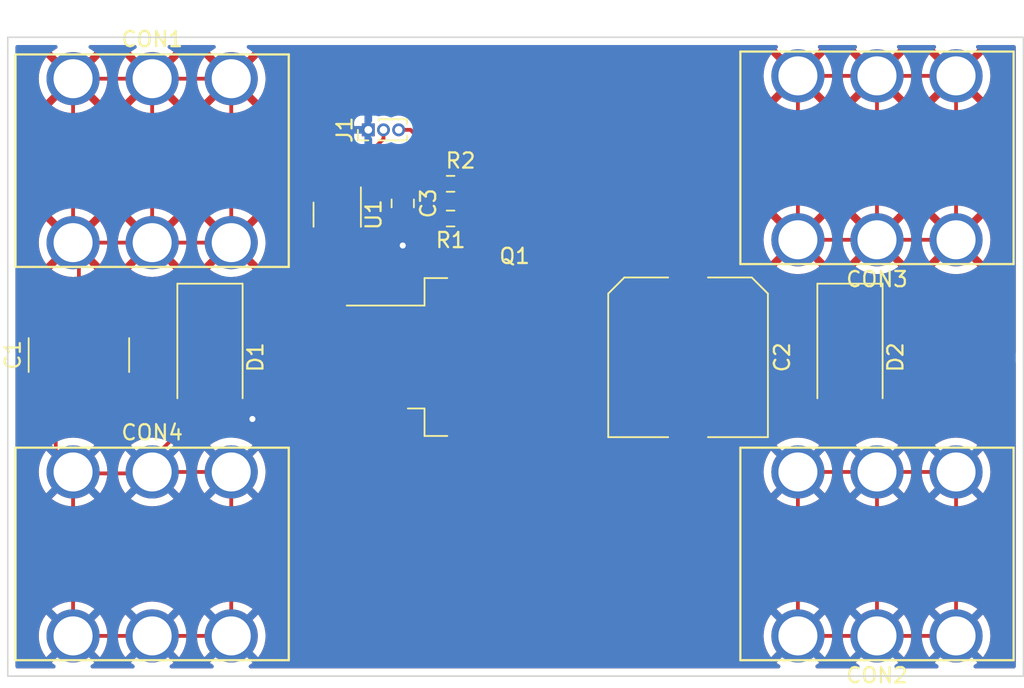
<source format=kicad_pcb>
(kicad_pcb (version 20240108) (generator "pcbnew") (generator_version "8.0")
  (layers (0 "F.Cu" signal) (31 "B.Cu" signal) (34 "B.Paste" user) (35 "F.Paste" user) (36 "B.SilkS" user "B.Silkscreen") (37 "F.SilkS" user "F.Silkscreen") (38 "B.Mask" user) (39 "F.Mask" user) (44 "Edge.Cuts" user))
  (net 0 "")
  (net 1 "GND")
  (net 2 "/VIN")
  (net 3 "/VOUT")
  (net 4 "/Vs")
  (net 5 "/Enable")
  (net 6 "/Vext")
  (net 7 "/Gate_Drive")
  (footprint "Connector:keystone_7808" (layer "F.Cu") (at 64.516 129.032)
    (property "Reference" "CON4" (at 0 -8 0) (layer "F.SilkS"))
    (property "Value" "GND" (hide yes))
    (fp_line (start -9 -7) (end -9 7) (stroke (width 0.15)) (layer "F.SilkS"))
    (fp_line (start -9 7) (end 9 7) (stroke (width 0.15)) (layer "F.SilkS"))
    (fp_line (start 9 -7) (end -9 -7) (stroke (width 0.15)) (layer "F.SilkS"))
    (fp_line (start 9 7) (end 9 -7) (stroke (width 0.15)) (layer "F.SilkS"))
    (pad "1" thru_hole circle (at -5.21 -5.4) (size 3.5 3.5) (drill 2.57) (layers "*.Cu" "*.Mask") (net 1 "GND"))
    (pad "1" thru_hole circle (at -5.21 5.4) (size 3.5 3.5) (drill 2.57) (layers "*.Cu" "*.Mask") (net 1 "GND"))
    (pad "1" thru_hole circle (at 0 -5.4) (size 3.5 3.5) (drill 2.57) (layers "*.Cu" "*.Mask") (net 1 "GND"))
    (pad "1" thru_hole circle (at 0 5.4) (size 3.5 3.5) (drill 2.57) (layers "*.Cu" "*.Mask") (net 1 "GND"))
    (pad "1" thru_hole circle (at 5.21 -5.4) (size 3.5 3.5) (drill 2.57) (layers "*.Cu" "*.Mask") (net 1 "GND"))
    (pad "1" thru_hole circle (at 5.21 5.4) (size 3.5 3.5) (drill 2.57) (layers "*.Cu" "*.Mask") (net 1 "GND"))
  )
  (footprint "Resistor_SMD:R_0603_1608Metric_Pad0.98x0.95mm_HandSolder" (layer "F.Cu") (at 84.1775 106.934 180)
    (property "Reference" "R1" (at 0 -1.43 0) (layer "F.SilkS"))
    (property "Value" "100")
    (fp_line (start -0.254724 0.5225) (end 0.254724 0.5225) (stroke (width 0.12)) (layer "F.SilkS"))
    (fp_line (start -0.254724 -0.5225) (end 0.254724 -0.5225) (stroke (width 0.12)) (layer "F.SilkS"))
    (pad "1" smd roundrect (at -0.9125 0 180) (size 0.975 0.95) (layers "F.Cu" "F.Paste" "F.Mask") (net 3 "/VOUT"))
    (pad "2" smd roundrect (at 0.9125 0 180) (size 0.975 0.95) (layers "F.Cu" "F.Paste" "F.Mask") (net 4 "/Vs"))
  )
  (footprint "Connector:keystone_7808" (layer "F.Cu") (at 64.516 103.124)
    (property "Reference" "CON1" (at 0 -8 0) (layer "F.SilkS"))
    (property "Value" "VIN" (hide yes))
    (fp_line (start -9 -7) (end -9 7) (stroke (width 0.15)) (layer "F.SilkS"))
    (fp_line (start -9 7) (end 9 7) (stroke (width 0.15)) (layer "F.SilkS"))
    (fp_line (start 9 -7) (end -9 -7) (stroke (width 0.15)) (layer "F.SilkS"))
    (fp_line (start 9 7) (end 9 -7) (stroke (width 0.15)) (layer "F.SilkS"))
    (pad "1" thru_hole circle (at -5.21 -5.4) (size 3.5 3.5) (drill 2.57) (layers "*.Cu" "*.Mask") (net 2 "/VIN"))
    (pad "1" thru_hole circle (at -5.21 5.4) (size 3.5 3.5) (drill 2.57) (layers "*.Cu" "*.Mask") (net 2 "/VIN"))
    (pad "1" thru_hole circle (at 0 -5.4) (size 3.5 3.5) (drill 2.57) (layers "*.Cu" "*.Mask") (net 2 "/VIN"))
    (pad "1" thru_hole circle (at 0 5.4) (size 3.5 3.5) (drill 2.57) (layers "*.Cu" "*.Mask") (net 2 "/VIN"))
    (pad "1" thru_hole circle (at 5.21 -5.4) (size 3.5 3.5) (drill 2.57) (layers "*.Cu" "*.Mask") (net 2 "/VIN"))
    (pad "1" thru_hole circle (at 5.21 5.4) (size 3.5 3.5) (drill 2.57) (layers "*.Cu" "*.Mask") (net 2 "/VIN"))
  )
  (footprint "Capacitor_SMD:C_Elec_10x10.2" (layer "F.Cu") (at 99.822 116.078 -90)
    (property "Reference" "C2" (at 0 -6.2 90) (layer "F.SilkS"))
    (property "Value" "22 uF")
    (fp_line (start -4.195563 5.26) (end 5.26 5.26) (stroke (width 0.12)) (layer "F.SilkS"))
    (fp_line (start 5.26 5.26) (end 5.26 1.31) (stroke (width 0.12)) (layer "F.SilkS"))
    (fp_line (start -5.26 4.195563) (end -4.195563 5.26) (stroke (width 0.12)) (layer "F.SilkS"))
    (fp_line (start -5.26 4.195563) (end -5.26 1.31) (stroke (width 0.12)) (layer "F.SilkS"))
    (fp_line (start -5.26 -4.195563) (end -5.26 -1.31) (stroke (width 0.12)) (layer "F.SilkS"))
    (fp_line (start -5.26 -4.195563) (end -4.195563 -5.26) (stroke (width 0.12)) (layer "F.SilkS"))
    (fp_line (start -4.195563 -5.26) (end 5.26 -5.26) (stroke (width 0.12)) (layer "F.SilkS"))
    (fp_line (start 5.26 -5.26) (end 5.26 -1.31) (stroke (width 0.12)) (layer "F.SilkS"))
    (pad "1" smd roundrect (at -4.4 0 270) (size 4.6 2.1) (layers "F.Cu" "F.Paste" "F.Mask") (roundrect_rratio 0.1190480952) (net 3 "/VOUT"))
    (pad "2" smd roundrect (at 4.4 0 270) (size 4.6 2.1) (layers "F.Cu" "F.Paste" "F.Mask") (roundrect_rratio 0.1190480952) (net 1 "GND"))
  )
  (footprint "Capacitor_SMD:C_1825_4564Metric_Pad1.57x6.80mm_HandSolder" (layer "F.Cu") (at 59.69 115.9295 90)
    (property "Reference" "C1" (at 0 -4.35 90) (layer "F.SilkS"))
    (property "Value" "1uF")
    (fp_line (start -1.115748 -3.31) (end 1.115748 -3.31) (stroke (width 0.12)) (layer "F.SilkS"))
    (fp_line (start -1.115748 3.31) (end 1.115748 3.31) (stroke (width 0.12)) (layer "F.SilkS"))
    (pad "1" smd roundrect (at -2.1375 0 90) (size 1.575 6.8) (layers "F.Cu" "F.Paste" "F.Mask") (roundrect_rratio 0.1587301587) (net 1 "GND"))
    (pad "2" smd roundrect (at 2.1375 0 90) (size 1.575 6.8) (layers "F.Cu" "F.Paste" "F.Mask") (roundrect_rratio 0.1587301587) (net 2 "/VIN"))
  )
  (footprint "Package_TO_SOT_SMD:TSOT-23-6" (layer "F.Cu") (at 76.708 106.68 -90)
    (property "Reference" "U1" (at 0 -2.4 90) (layer "F.SilkS"))
    (property "Value" "LM5050-1")
    (fp_line (start 0 1.56) (end -0.8 1.56) (stroke (width 0.12)) (layer "F.SilkS"))
    (fp_line (start 0 1.56) (end 0.8 1.56) (stroke (width 0.12)) (layer "F.SilkS"))
    (fp_line (start 0 -1.56) (end -1.8 -1.56) (stroke (width 0.12)) (layer "F.SilkS"))
    (fp_line (start 0 -1.56) (end 0.8 -1.56) (stroke (width 0.12)) (layer "F.SilkS"))
    (pad "1" smd roundrect (at -1.1375 -0.95 270) (size 1.325 0.6) (layers "F.Cu" "F.Paste" "F.Mask") (net 4 "/Vs"))
    (pad "2" smd roundrect (at -1.1375 0 270) (size 1.325 0.6) (layers "F.Cu" "F.Paste" "F.Mask") (net 1 "GND"))
    (pad "3" smd roundrect (at -1.1375 0.95 270) (size 1.325 0.6) (layers "F.Cu" "F.Paste" "F.Mask") (net 5 "/Enable"))
    (pad "4" smd roundrect (at 1.1375 0.95 270) (size 1.325 0.6) (layers "F.Cu" "F.Paste" "F.Mask") (net 2 "/VIN"))
    (pad "5" smd roundrect (at 1.1375 0 270) (size 1.325 0.6) (layers "F.Cu" "F.Paste" "F.Mask") (net 7 "/Gate_Drive"))
    (pad "6" smd roundrect (at 1.1375 -0.95 270) (size 1.325 0.6) (layers "F.Cu" "F.Paste" "F.Mask") (net 3 "/VOUT"))
  )
  (footprint "Capacitor_SMD:C_0805_2012Metric_Pad1.18x1.45mm_HandSolder" (layer "F.Cu") (at 81.026 105.9395 -90)
    (property "Reference" "C3" (at 0 -1.68 90) (layer "F.SilkS"))
    (property "Value" "0.1uF")
    (fp_line (start -0.261252 0.735) (end 0.261252 0.735) (stroke (width 0.12)) (layer "F.SilkS"))
    (fp_line (start -0.261252 -0.735) (end 0.261252 -0.735) (stroke (width 0.12)) (layer "F.SilkS"))
    (pad "1" smd roundrect (at -1.0375 0 270) (size 1.175 1.45) (layers "F.Cu" "F.Paste" "F.Mask") (roundrect_rratio 0.2127659574) (net 4 "/Vs"))
    (pad "2" smd roundrect (at 1.0375 0 270) (size 1.175 1.45) (layers "F.Cu" "F.Paste" "F.Mask") (roundrect_rratio 0.2127659574) (net 1 "GND"))
  )
  (footprint "Package_TO_SOT_SMD:TO-263-2" (layer "F.Cu") (at 85.41 116.059)
    (property "Reference" "Q1" (at 2.982 -6.65 0) (layer "F.SilkS"))
    (property "Value" "SUM40N10-30-E3")
    (fp_line (start -2.95 -5.2) (end -2.95 -3.39) (stroke (width 0.12)) (layer "F.SilkS"))
    (fp_line (start -2.95 -3.39) (end -8.075 -3.39) (stroke (width 0.12)) (layer "F.SilkS"))
    (fp_line (start -2.95 3.39) (end -4.05 3.39) (stroke (width 0.12)) (layer "F.SilkS"))
    (fp_line (start -2.95 5.2) (end -2.95 3.39) (stroke (width 0.12)) (layer "F.SilkS"))
    (fp_line (start -1.45 -5.2) (end -2.95 -5.2) (stroke (width 0.12)) (layer "F.SilkS"))
    (fp_line (start -1.45 5.2) (end -2.95 5.2) (stroke (width 0.12)) (layer "F.SilkS"))
    (pad "1" smd rect (at -5.775 -2.54) (size 4.6 1.1) (layers "F.Cu" "F.Paste" "F.Mask") (net 7 "/Gate_Drive"))
    (pad "2" smd rect (at 3.375 0) (size 9.4 10.8) (layers "F.Cu" "F.Mask") (net 3 "/VOUT"))
    (pad "3" smd rect (at -5.775 2.54) (size 4.6 1.1) (layers "F.Cu" "F.Paste" "F.Mask") (net 2 "/VIN"))
  )
  (footprint "Connector:keystone_7808" (layer "F.Cu") (at 112.268 102.936 180)
    (property "Reference" "CON3" (at 0 -8 0) (layer "F.SilkS"))
    (property "Value" "VOUT" (hide yes))
    (fp_line (start 9 7) (end 9 -7) (stroke (width 0.15)) (layer "F.SilkS"))
    (fp_line (start 9 -7) (end -9 -7) (stroke (width 0.15)) (layer "F.SilkS"))
    (fp_line (start -9 7) (end 9 7) (stroke (width 0.15)) (layer "F.SilkS"))
    (fp_line (start -9 -7) (end -9 7) (stroke (width 0.15)) (layer "F.SilkS"))
    (pad "1" thru_hole circle (at -5.21 -5.4 180) (size 3.5 3.5) (drill 2.57) (layers "*.Cu" "*.Mask") (net 3 "/VOUT"))
    (pad "1" thru_hole circle (at -5.21 5.4 180) (size 3.5 3.5) (drill 2.57) (layers "*.Cu" "*.Mask") (net 3 "/VOUT"))
    (pad "1" thru_hole circle (at 0 -5.4 180) (size 3.5 3.5) (drill 2.57) (layers "*.Cu" "*.Mask") (net 3 "/VOUT"))
    (pad "1" thru_hole circle (at 0 5.4 180) (size 3.5 3.5) (drill 2.57) (layers "*.Cu" "*.Mask") (net 3 "/VOUT"))
    (pad "1" thru_hole circle (at 5.21 -5.4 180) (size 3.5 3.5) (drill 2.57) (layers "*.Cu" "*.Mask") (net 3 "/VOUT"))
    (pad "1" thru_hole circle (at 5.21 5.4 180) (size 3.5 3.5) (drill 2.57) (layers "*.Cu" "*.Mask") (net 3 "/VOUT"))
  )
  (footprint "Connector:keystone_7808" (layer "F.Cu") (at 112.268 129.032 180)
    (property "Reference" "CON2" (at 0 -8 0) (layer "F.SilkS"))
    (property "Value" "GND" (hide yes))
    (fp_line (start 9 7) (end 9 -7) (stroke (width 0.15)) (layer "F.SilkS"))
    (fp_line (start 9 -7) (end -9 -7) (stroke (width 0.15)) (layer "F.SilkS"))
    (fp_line (start -9 7) (end 9 7) (stroke (width 0.15)) (layer "F.SilkS"))
    (fp_line (start -9 -7) (end -9 7) (stroke (width 0.15)) (layer "F.SilkS"))
    (pad "1" thru_hole circle (at -5.21 -5.4 180) (size 3.5 3.5) (drill 2.57) (layers "*.Cu" "*.Mask") (net 1 "GND"))
    (pad "1" thru_hole circle (at -5.21 5.4 180) (size 3.5 3.5) (drill 2.57) (layers "*.Cu" "*.Mask") (net 1 "GND"))
    (pad "1" thru_hole circle (at 0 -5.4 180) (size 3.5 3.5) (drill 2.57) (layers "*.Cu" "*.Mask") (net 1 "GND"))
    (pad "1" thru_hole circle (at 0 5.4 180) (size 3.5 3.5) (drill 2.57) (layers "*.Cu" "*.Mask") (net 1 "GND"))
    (pad "1" thru_hole circle (at 5.21 -5.4 180) (size 3.5 3.5) (drill 2.57) (layers "*.Cu" "*.Mask") (net 1 "GND"))
    (pad "1" thru_hole circle (at 5.21 5.4 180) (size 3.5 3.5) (drill 2.57) (layers "*.Cu" "*.Mask") (net 1 "GND"))
  )
  (footprint "Diode_SMD:D_SMA-SMB_Universal_Handsoldering" (layer "F.Cu") (at 110.49 116.078 -90)
    (property "Reference" "D2" (at 0 -3 90) (layer "F.SilkS"))
    (property "Value" "TVS")
    (fp_line (start -4.85 2.15) (end 2.7 2.15) (stroke (width 0.12)) (layer "F.SilkS"))
    (fp_line (start -4.85 -2.15) (end -4.85 2.15) (stroke (width 0.12)) (layer "F.SilkS"))
    (fp_line (start -4.85 -2.15) (end 2.7 -2.15) (stroke (width 0.12)) (layer "F.SilkS"))
    (pad "1" smd trapezoid (at -2.9 0 270) (size 3.6 1.7) (rect_delta 0.6 0) (layers "F.Cu" "F.Paste" "F.Mask") (net 3 "/VOUT"))
    (pad "2" smd trapezoid (at 2.9 0 90) (size 3.6 1.7) (rect_delta 0.6 0) (layers "F.Cu" "F.Paste" "F.Mask") (net 1 "GND"))
  )
  (footprint "Connector_PinHeader_1.00mm:PinHeader_1x03_P1.00mm_Vertical" (layer "F.Cu") (at 78.756 101.092 90)
    (property "Reference" "J1" (at 0 -1.56 90) (layer "F.SilkS"))
    (property "Value" "Screw_Terminal_01x02")
    (fp_line (start -0.695 -0.685) (end 0 -0.685) (stroke (width 0.12)) (layer "F.SilkS"))
    (fp_line (start -0.695 0) (end -0.695 -0.685) (stroke (width 0.12)) (layer "F.SilkS"))
    (fp_line (start 0.695 0.685) (end 0.695 2.56) (stroke (width 0.12)) (layer "F.SilkS"))
    (fp_line (start 0.608276 0.685) (end 0.695 0.685) (stroke (width 0.12)) (layer "F.SilkS"))
    (fp_line (start -0.695 0.685) (end -0.608276 0.685) (stroke (width 0.12)) (layer "F.SilkS"))
    (fp_line (start -0.695 0.685) (end -0.695 2.56) (stroke (width 0.12)) (layer "F.SilkS"))
    (fp_line (start 0.394493 2.56) (end 0.695 2.56) (stroke (width 0.12)) (layer "F.SilkS"))
    (fp_line (start -0.695 2.56) (end -0.394493 2.56) (stroke (width 0.12)) (layer "F.SilkS"))
    (pad "1" thru_hole rect (at 0 0 90) (size 0.85 0.85) (drill 0.5) (layers "*.Cu" "*.Mask") (net 1 "GND"))
    (pad "2" thru_hole oval (at 0 1 90) (size 0.85 0.85) (drill 0.5) (layers "*.Cu" "*.Mask") (net 5 "/Enable"))
    (pad "3" thru_hole oval (at 0 2 90) (size 0.85 0.85) (drill 0.5) (layers "*.Cu" "*.Mask") (net 6 "/Vext"))
  )
  (footprint "Resistor_SMD:R_0603_1608Metric_Pad0.98x0.95mm_HandSolder" (layer "F.Cu") (at 84.1775 104.648 180)
    (property "Reference" "R2" (at -0.6585 1.524 0) (layer "F.SilkS"))
    (property "Value" "1k" (hide yes))
    (fp_line (start -0.254724 0.5225) (end 0.254724 0.5225) (stroke (width 0.12)) (layer "F.SilkS"))
    (fp_line (start -0.254724 -0.5225) (end 0.254724 -0.5225) (stroke (width 0.12)) (layer "F.SilkS"))
    (pad "1" smd roundrect (at -0.9125 0 180) (size 0.975 0.95) (layers "F.Cu" "F.Paste" "F.Mask") (net 6 "/Vext"))
    (pad "2" smd roundrect (at 0.9125 0 180) (size 0.975 0.95) (layers "F.Cu" "F.Paste" "F.Mask") (net 4 "/Vs"))
  )
  (footprint "Diode_SMD:D_SMA-SMB_Universal_Handsoldering" (layer "F.Cu") (at 68.326 116.078 -90)
    (property "Reference" "D1" (at 0 -3 90) (layer "F.SilkS"))
    (property "Value" "SS16T3G")
    (fp_line (start -4.85 2.15) (end 2.7 2.15) (stroke (width 0.12)) (layer "F.SilkS"))
    (fp_line (start -4.85 -2.15) (end -4.85 2.15) (stroke (width 0.12)) (layer "F.SilkS"))
    (fp_line (start -4.85 -2.15) (end 2.7 -2.15) (stroke (width 0.12)) (layer "F.SilkS"))
    (pad "1" smd trapezoid (at -2.9 0 270) (size 3.6 1.7) (rect_delta 0.6 0) (layers "F.Cu" "F.Paste" "F.Mask") (net 2 "/VIN"))
    (pad "2" smd trapezoid (at 2.9 0 90) (size 3.6 1.7) (rect_delta 0.6 0) (layers "F.Cu" "F.Paste" "F.Mask") (net 1 "GND"))
  )
  (gr_rect (start 55 94.996) (end 121.92 137.08) (stroke (width 0.1)) (fill none) (layer "Edge.Cuts"))
  (segment (start 117.478 123.632) (end 117.478 128.524) (width 0.25) (layer "F.Cu") (net 1))
  (segment (start 68.326 118.978) (end 63.577 123.727) (width 0.25) (layer "F.Cu") (net 1))
  (segment (start 69.49 120.142) (end 71.12 120.142) (width 0.25) (layer "F.Cu") (net 1))
  (segment (start 112.268 134.432) (end 112.268 123.632) (width 0.25) (layer "F.Cu") (net 1))
  (segment (start 112.268 123.632) (end 107.058 123.632) (width 0.25) (layer "F.Cu") (net 1))
  (segment (start 69.726 129.222) (end 69.726 128.651) (width 0.25) (layer "F.Cu") (net 1))
  (segment (start 107.058 128.842) (end 107.058 129.286) (width 0.25) (layer "F.Cu") (net 1))
  (segment (start 96.856 123.444) (end 74.422 123.444) (width 0.25) (layer "F.Cu") (net 1))
  (segment (start 112.268 134.432) (end 117.478 129.222) (width 0.25) (layer "F.Cu") (net 1))
  (segment (start 80.57852 106.52952) (end 77.032521 106.52952) (width 0.25) (layer "F.Cu") (net 1))
  (segment (start 59.306 128.842) (end 59.306 128.905) (width 0.25) (layer "F.Cu") (net 1))
  (segment (start 64.516 123.632) (end 64.421 123.727) (width 0.25) (layer "F.Cu") (net 1))
  (segment (start 117.478 128.905) (end 117.478 128.524) (width 0.25) (layer "F.Cu") (net 1))
  (segment (start 117.478 128.524) (end 117.478 134.432) (width 0.25) (layer "F.Cu") (net 1))
  (segment (start 76.708 106.204999) (end 76.708 105.5425) (width 0.25) (layer "F.Cu") (net 1))
  (segment (start 58.195 123.727) (end 61.468 123.727) (width 0.25) (layer "F.Cu") (net 1))
  (segment (start 112.268 134.432) (end 107.058 129.222) (width 0.25) (layer "F.Cu") (net 1))
  (segment (start 58.166 123.698) (end 58.195 123.727) (width 0.25) (layer "F.Cu") (net 1))
  (segment (start 81.026 106.977) (end 80.57852 106.52952) (width 0.25) (layer "F.Cu") (net 1))
  (segment (start 64.516 134.432) (end 59.306 129.222) (width 0.25) (layer "F.Cu") (net 1))
  (segment (start 117.478 129.222) (end 117.478 128.905) (width 0.25) (layer "F.Cu") (net 1))
  (segment (start 69.726 134.432) (end 69.726 129.032) (width 0.25) (layer "F.Cu") (net 1))
  (segment (start 69.726 123.632) (end 64.516 123.632) (width 0.25) (layer "F.Cu") (net 1))
  (segment (start 59.69 118.067) (end 58.166 119.591) (width 0.25) (layer "F.Cu") (net 1))
  (segment (start 63.577 123.727) (end 61.468 123.727) (width 0.25) (layer "F.Cu") (net 1))
  (segment (start 69.726 128.842) (end 69.726 129.032) (width 0.25) (layer "F.Cu") (net 1))
  (segment (start 99.822 120.478) (end 96.856 123.444) (width 0.25) (layer "F.Cu") (net 1))
  (segment (start 112.268 123.632) (end 107.058 128.842) (width 0.25) (layer "F.Cu") (net 1))
  (segment (start 64.421 123.727) (end 63.577 123.727) (width 0.25) (layer "F.Cu") (net 1))
  (segment (start 59.306 123.632) (end 59.306 128.143) (width 0.25) (layer "F.Cu") (net 1))
  (segment (start 112.268 123.632) (end 117.478 128.842) (width 0.25) (layer "F.Cu") (net 1))
  (segment (start 69.726 129.032) (end 69.726 128.651) (width 0.25) (layer "F.Cu") (net 1))
  (segment (start 107.058 129.286) (end 107.058 134.432) (width 0.25) (layer "F.Cu") (net 1))
  (segment (start 107.058 129.222) (end 107.058 128.651) (width 0.25) (layer "F.Cu") (net 1))
  (segment (start 68.326 118.978) (end 69.49 120.142) (width 0.25) (layer "F.Cu") (net 1))
  (segment (start 74.422 123.444) (end 71.12 120.142) (width 0.25) (layer "F.Cu") (net 1))
  (segment (start 110.49 118.978) (end 110.49 121.854) (width 0.25) (layer "F.Cu") (net 1))
  (segment (start 58.166 119.591) (end 58.166 123.698) (width 0.25) (layer "F.Cu") (net 1))
  (segment (start 77.032521 106.52952) (end 76.708 106.204999) (width 0.25) (layer "F.Cu") (net 1))
  (segment (start 69.726 128.651) (end 69.726 123.632) (width 0.25) (layer "F.Cu") (net 1))
  (segment (start 107.058 123.632) (end 107.058 128.651) (width 0.25) (layer "F.Cu") (net 1))
  (segment (start 101.322 118.978) (end 110.49 118.978) (width 0.25) (layer "F.Cu") (net 1))
  (segment (start 117.478 134.432) (end 112.268 134.432) (width 0.25) (layer "F.Cu") (net 1))
  (segment (start 110.49 121.854) (end 112.268 123.632) (width 0.25) (layer "F.Cu") (net 1))
  (segment (start 99.822 120.478) (end 101.322 118.978) (width 0.25) (layer "F.Cu") (net 1))
  (segment (start 64.516 134.432) (end 69.726 134.432) (width 0.25) (layer "F.Cu") (net 1))
  (segment (start 59.306 128.905) (end 59.306 134.432) (width 0.25) (layer "F.Cu") (net 1))
  (segment (start 107.058 134.432) (end 112.268 134.432) (width 0.25) (layer "F.Cu") (net 1))
  (segment (start 64.516 123.632) (end 69.726 128.842) (width 0.25) (layer "F.Cu") (net 1))
  (segment (start 64.516 134.432) (end 69.726 129.222) (width 0.25) (layer "F.Cu") (net 1))
  (segment (start 59.306 134.432) (end 64.516 134.432) (width 0.25) (layer "F.Cu") (net 1))
  (segment (start 81.026 106.977) (end 81.026 108.712) (width 0.25) (layer "F.Cu") (net 1))
  (segment (start 107.058 128.651) (end 107.058 129.286) (width 0.25) (layer "F.Cu") (net 1))
  (segment (start 59.306 128.143) (end 59.306 128.905) (width 0.25) (layer "F.Cu") (net 1))
  (segment (start 64.516 123.632) (end 59.306 128.842) (width 0.25) (layer "F.Cu") (net 1))
  (segment (start 59.306 129.222) (end 59.306 128.143) (width 0.25) (layer "F.Cu") (net 1))
  (segment (start 117.478 128.842) (end 117.478 128.905) (width 0.25) (layer "F.Cu") (net 1))
  (segment (start 112.268 123.632) (end 117.478 123.632) (width 0.25) (layer "F.Cu") (net 1))
  (via (at 81.026 108.712) (size 0.8) (drill 0.4) (layers "F.Cu" "B.Cu") (net 1))
  (via (at 71.12 120.142) (size 0.8) (drill 0.4) (layers "F.Cu" "B.Cu") (net 1))
  (segment (start 71.12 118.618) (end 71.12 120.142) (width 0.25) (layer "B.Cu") (net 1))
  (segment (start 81.026 108.712) (end 71.12 118.618) (width 0.25) (layer "B.Cu") (net 1))
  (segment (start 78.756 106.442) (end 81.026 108.712) (width 0.25) (layer "B.Cu") (net 1))
  (segment (start 78.756 101.092) (end 78.756 106.442) (width 0.25) (layer "B.Cu") (net 1))
  (segment (start 59.69 113.792) (end 59.69 108.908) (width 0.25) (layer "F.Cu") (net 2))
  (segment (start 69.726 103.251) (end 69.726 102.108) (width 0.25) (layer "F.Cu") (net 2))
  (segment (start 64.516 108.524) (end 59.306 103.314) (width 0.25) (layer "F.Cu") (net 2))
  (segment (start 64.516 108.524) (end 69.726 103.314) (width 0.25) (layer "F.Cu") (net 2))
  (segment (start 59.306 103.759) (end 59.306 102.235) (width 0.25) (layer "F.Cu") (net 2))
  (segment (start 59.69 113.792) (end 60.304 113.178) (width 0.25) (layer "F.Cu") (net 2))
  (segment (start 64.516 97.724) (end 69.726 102.934) (width 0.25) (layer "F.Cu") (net 2))
  (segment (start 69.726 102.108) (end 69.726 97.724) (width 0.25) (layer "F.Cu") (net 2))
  (segment (start 76.435 118.599) (end 79.635 118.599) (width 0.25) (layer "F.Cu") (net 2))
  (segment (start 75.758 113.35) (end 79.635 117.227) (width 0.25) (layer "F.Cu") (net 2))
  (segment (start 68.326 113.178) (end 71.014 113.178) (width 0.25) (layer "F.Cu") (net 2))
  (segment (start 68.326 113.178) (end 60.304 113.178) (width 0.25) (layer "F.Cu") (net 2))
  (segment (start 59.306 108.524) (end 59.306 103.759) (width 0.25) (layer "F.Cu") (net 2))
  (segment (start 75.758 107.8175) (end 75.758 113.35) (width 0.25) (layer "F.Cu") (net 2))
  (segment (start 69.726 103.314) (end 69.726 102.108) (width 0.25) (layer "F.Cu") (net 2))
  (segment (start 79.635 117.227) (end 79.635 118.599) (width 0.25) (layer "F.Cu") (net 2))
  (segment (start 64.516 108.524) (end 64.516 97.724) (width 0.25) (layer "F.Cu") (net 2))
  (segment (start 59.306 103.314) (end 59.306 102.235) (width 0.25) (layer "F.Cu") (net 2))
  (segment (start 59.306 102.934) (end 59.306 103.759) (width 0.25) (layer "F.Cu") (net 2))
  (segment (start 64.516 97.724) (end 69.726 97.724) (width 0.25) (layer "F.Cu") (net 2))
  (segment (start 64.516 97.724) (end 59.306 102.934) (width 0.25) (layer "F.Cu") (net 2))
  (segment (start 69.726 102.934) (end 69.726 103.251) (width 0.25) (layer "F.Cu") (net 2))
  (segment (start 59.306 97.724) (end 64.516 97.724) (width 0.25) (layer "F.Cu") (net 2))
  (segment (start 59.69 108.908) (end 59.306 108.524) (width 0.25) (layer "F.Cu") (net 2))
  (segment (start 69.726 108.524) (end 69.726 103.251) (width 0.25) (layer "F.Cu") (net 2))
  (segment (start 64.516 108.524) (end 69.726 108.524) (width 0.25) (layer "F.Cu") (net 2))
  (segment (start 59.306 102.235) (end 59.306 97.724) (width 0.25) (layer "F.Cu") (net 2))
  (segment (start 59.306 108.524) (end 64.516 108.524) (width 0.25) (layer "F.Cu") (net 2))
  (segment (start 71.014 113.178) (end 76.435 118.599) (width 0.25) (layer "F.Cu") (net 2))
  (segment (start 112.268 108.336) (end 107.058 108.336) (width 0.25) (layer "F.Cu") (net 3))
  (segment (start 117.478 97.536) (end 112.268 97.536) (width 0.25) (layer "F.Cu") (net 3))
  (segment (start 77.658 109.408) (end 77.658 107.8175) (width 0.25) (layer "F.Cu") (net 3))
  (segment (start 99.822 111.678) (end 101.322 113.178) (width 0.25) (layer "F.Cu") (net 3))
  (segment (start 94.615 111.633) (end 94.66 111.678) (width 0.25) (layer "F.Cu") (net 3))
  (segment (start 112.014 97.79) (end 112.011 97.79) (width 0.25) (layer "F.Cu") (net 3))
  (segment (start 107.058 108.336) (end 107.058 102.489) (width 0.25) (layer "F.Cu") (net 3))
  (segment (start 85.09 112.364) (end 85.09 106.934) (width 0.25) (layer "F.Cu") (net 3))
  (segment (start 80.01 111.76) (end 77.658 109.408) (width 0.25) (layer "F.Cu") (net 3))
  (segment (start 112.268 108.336) (end 117.478 108.336) (width 0.25) (layer "F.Cu") (net 3))
  (segment (start 112.268 97.536) (end 112.014 97.79) (width 0.25) (layer "F.Cu") (net 3))
  (segment (start 112.268 97.536) (end 112.268 108.336) (width 0.25) (layer "F.Cu") (net 3))
  (segment (start 117.478 108.336) (end 117.478 102.362) (width 0.25) (layer "F.Cu") (net 3))
  (segment (start 101.322 113.178) (end 110.49 113.178) (width 0.25) (layer "F.Cu") (net 3))
  (segment (start 117.478 102.746) (end 117.478 103.126) (width 0.25) (layer "F.Cu") (net 3))
  (segment (start 93.211 111.633) (end 94.615 111.633) (width 0.25) (layer "F.Cu") (net 3))
  (segment (start 117.478 102.362) (end 117.478 97.536) (width 0.25) (layer "F.Cu") (net 3))
  (segment (start 94.66 111.678) (end 99.822 111.678) (width 0.25) (layer "F.Cu") (net 3))
  (segment (start 110.49 110.114) (end 112.268 108.336) (width 0.25) (layer "F.Cu") (net 3))
  (segment (start 112.268 108.336) (end 117.478 103.126) (width 0.25) (layer "F.Cu") (net 3))
  (segment (start 117.478 103.126) (end 117.478 102.362) (width 0.25) (layer "F.Cu") (net 3))
  (segment (start 110.49 113.178) (end 110.49 110.114) (width 0.25) (layer "F.Cu") (net 3))
  (segment (start 107.058 97.536) (end 112.268 97.536) (width 0.25) (layer "F.Cu") (net 3))
  (segment (start 107.058 103.126) (end 107.058 102.743) (width 0.25) (layer "F.Cu") (net 3))
  (segment (start 112.011 97.79) (end 107.058 102.743) (width 0.25) (layer "F.Cu") (net 3))
  (segment (start 112.268 97.536) (end 117.478 102.746) (width 0.25) (layer "F.Cu") (net 3))
  (segment (start 107.058 102.489) (end 107.058 97.536) (width 0.25) (layer "F.Cu") (net 3))
  (segment (start 112.268 108.336) (end 107.058 103.126) (width 0.25) (layer "F.Cu") (net 3))
  (segment (start 88.785 116.059) (end 84.486 111.76) (width 0.25) (layer "F.Cu") (net 3))
  (segment (start 84.486 111.76) (end 80.01 111.76) (width 0.25) (layer "F.Cu") (net 3))
  (segment (start 88.785 116.059) (end 93.211 111.633) (width 0.25) (layer "F.Cu") (net 3))
  (segment (start 107.058 102.743) (end 107.058 102.489) (width 0.25) (layer "F.Cu") (net 3))
  (segment (start 88.785 116.059) (end 85.09 112.364) (width 0.25) (layer "F.Cu") (net 3))
  (segment (start 78.486 103.886) (end 80.01 103.886) (width 0.25) (layer "F.Cu") (net 4))
  (segment (start 83.011 104.902) (end 81.534 104.902) (width 0.25) (layer "F.Cu") (net 4))
  (segment (start 82.804 106.473) (end 82.804 105.109) (width 0.25) (layer "F.Cu") (net 4))
  (segment (start 82.804 105.109) (end 83.265 104.648) (width 0.25) (layer "F.Cu") (net 4))
  (segment (start 80.01 103.886) (end 81.026 104.902) (width 0.25) (layer "F.Cu") (net 4))
  (segment (start 81.026 104.902) (end 81.534 104.902) (width 0.25) (layer "F.Cu") (net 4))
  (segment (start 83.265 106.934) (end 82.804 106.473) (width 0.25) (layer "F.Cu") (net 4))
  (segment (start 77.658 104.714) (end 78.486 103.886) (width 0.25) (layer "F.Cu") (net 4))
  (segment (start 77.658 105.5425) (end 77.658 104.714) (width 0.25) (layer "F.Cu") (net 4))
  (segment (start 83.265 104.648) (end 83.011 104.902) (width 0.25) (layer "F.Cu") (net 4))
  (segment (start 79.756 101.69304) (end 76.89356 104.55548) (width 0.25) (layer "F.Cu") (net 5))
  (segment (start 79.756 101.092) (end 79.756 101.69304) (width 0.25) (layer "F.Cu") (net 5))
  (segment (start 76.082521 104.55548) (end 75.758 104.880001) (width 0.25) (layer "F.Cu") (net 5))
  (segment (start 76.89356 104.55548) (end 76.082521 104.55548) (width 0.25) (layer "F.Cu") (net 5))
  (segment (start 75.758 104.880001) (end 75.758 105.5425) (width 0.25) (layer "F.Cu") (net 5))
  (segment (start 81.534 101.092) (end 85.09 104.648) (width 0.25) (layer "F.Cu") (net 6))
  (segment (start 80.756 101.092) (end 81.534 101.092) (width 0.25) (layer "F.Cu") (net 6))
  (segment (start 79.635 113.519) (end 76.981 113.519) (width 0.25) (layer "F.Cu") (net 7))
  (segment (start 76.708 113.284) (end 76.708 107.8175) (width 0.25) (layer "F.Cu") (net 7))
  (segment (start 76.981 113.519) (end 76.962 113.538) (width 0.25) (layer "F.Cu") (net 7))
  (segment (start 76.962 113.538) (end 76.708 113.284) (width 0.25) (layer "F.Cu") (net 7))
  (zone (net 1) (net_name "GND") (layer "F.Cu") (connect_pads (clearance 0.508)) (min_thickness 0.254) (fill yes (thermal_gap 0.508) (thermal_bridge_width 0.508))
    (polygon (pts (xy 77.724 122.428) (xy 97.282 122.428) (xy 97.282 116.332) (xy 121.92 116.332) (xy 121.941247 137.159923) (xy 55.139247 137.413923) (xy 55.118 116.332) (xy 71.12 116.332)))
  )
  (zone (net 3) (net_name "/VOUT") (layer "F.Cu") (connect_pads (clearance 0.508)) (min_thickness 0.254) (fill yes (thermal_gap 0.508) (thermal_bridge_width 0.508))
    (polygon (pts (xy 121.844882 115.888133) (xy 96.52 115.824) (xy 96.52 121.666) (xy 84.074 121.666) (xy 84.328 106.172) (xy 86.36 106.172) (xy 86.36 94.996) (xy 121.92 95.060133)))
  )
  (zone (net 2) (net_name "/VIN") (layer "F.Cu") (connect_pads (clearance 0.508)) (min_thickness 0.254) (fill yes (thermal_gap 0.508) (thermal_bridge_width 0.508))
    (polygon (pts (xy 74.422 108.966) (xy 75.184 109.728) (xy 75.184 113.792) (xy 77.724 116.332) (xy 82.296 116.332) (xy 82.296 120.65) (xy 76.708 120.65) (xy 71.374 115.824) (xy 55.118 115.824) (xy 55.118 94.996) (xy 74.422 94.996)))
  )
  (zone (net 1) (net_name "GND") (layer "B.Cu") (connect_pads (clearance 0.508)) (min_thickness 0.254) (fill yes (thermal_gap 0.508) (thermal_bridge_width 0.508))
    (polygon (pts (xy 121.92 137.16) (xy 54.864 137.16) (xy 54.864 94.996) (xy 121.92 94.996)))
  )
)
</source>
